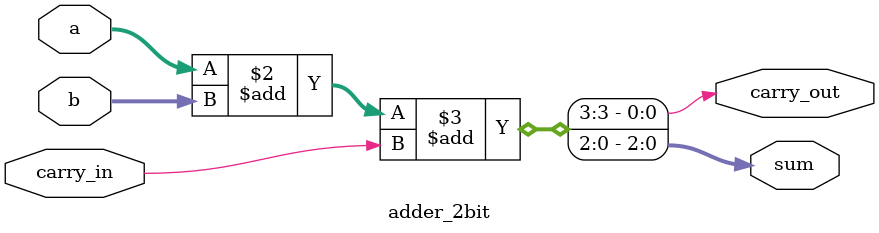
<source format=v>
module adder_2bit(
    input [1:0] a,
    input [1:0] b,
    input carry_in,
    output reg [2:0] sum,
    output reg carry_out
);

    always @(a, b, carry_in) begin
        {carry_out, sum} = a + b + carry_in;
    end

endmodule
</source>
